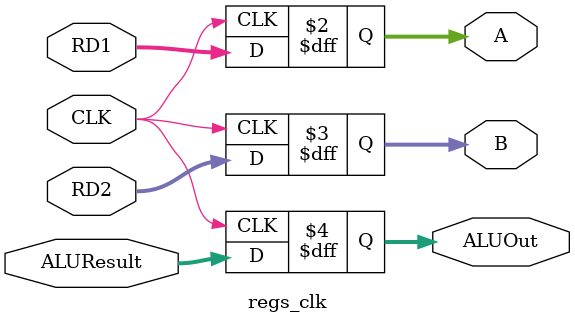
<source format=v>
module regs_clk(
    input CLK,
    input [31:0] RD1, RD2, ALUResult,
    output reg  [31:0] A, B, ALUOut
);
    always @(posedge CLK) begin
        A <= RD1;
        B <= RD2;
        ALUOut <= ALUResult;
    end

endmodule
</source>
